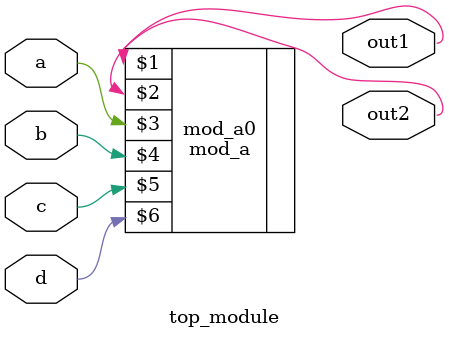
<source format=v>
module top_module ( 
    input a, 
    input b, 
    input c,
    input d,
    output out1,
    output out2
);
    
    mod_a mod_a0(out1, out2, a, b, c, d);

endmodule

</source>
